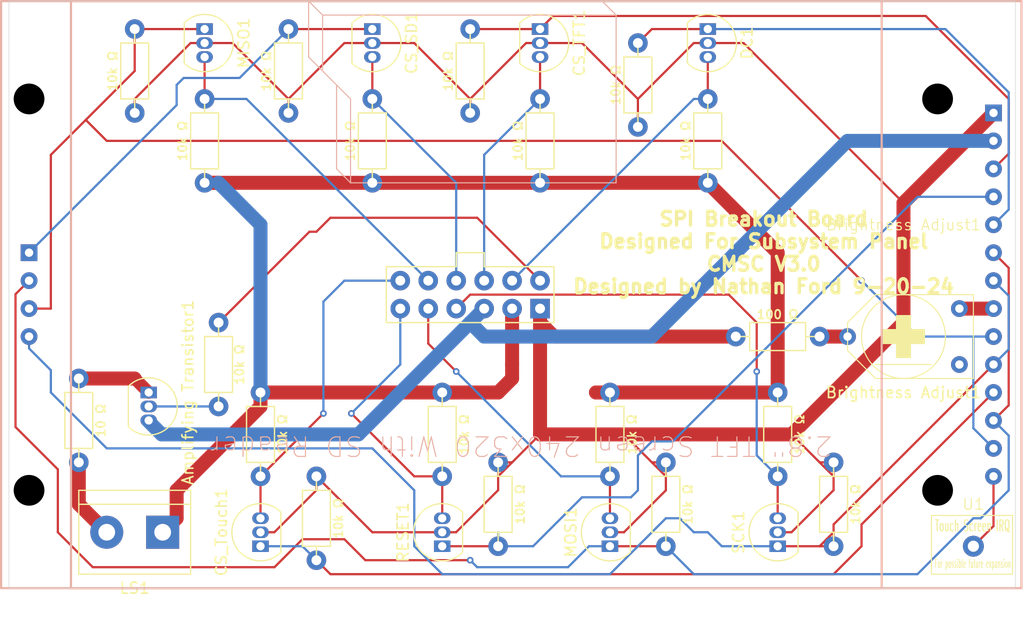
<source format=kicad_pcb>
(kicad_pcb (version 20240108) (generator "pcbnew") (generator_version "8.0")
  (layers (0 "F.Cu" signal) (31 "B.Cu" signal) (34 "B.Paste" user) (35 "F.Paste" user) (36 "B.SilkS" user "B.Silkscreen") (37 "F.SilkS" user "F.Silkscreen") (38 "B.Mask" user) (39 "F.Mask" user) (44 "Edge.Cuts" user))
  (net 0 "")
  (net 1 "/GND")
  (net 2 "/5V")
  (net 3 "/RESET_5V")
  (net 4 "/CS_TFT_5V")
  (net 5 "/DC_5V")
  (net 6 "Net-(C1-PadSPKR)")
  (net 7 "/CS_TOUCH_5V")
  (net 8 "/MOSI_5V")
  (net 9 "/SCK_5V")
  (net 10 "/3V3")
  (net 11 "/CS_SD_5V")
  (net 12 "/MISO_5V")
  (net 13 "/SCK_3V3")
  (net 14 "/MOSI_3V3")
  (net 15 "/MISO_3V3")
  (net 16 "/CS_TFT_3V3")
  (net 17 "/DC_3V3")
  (net 18 "/CS_SD_3V3")
  (net 19 "/CS_TOUCH_3V3")
  (net 20 "/RESET_3V3")
  (net 21 "Net-(Brightness Adjust1-PadVout1)")
  (net 22 "Net-(Amplifying Transistor1-B)")
  (net 23 "Net-(Amplifying Transistor1-E)")
  (net 24 "Net-(LS1-Pad2)")
  (net 25 "Net-(U1-T_IRQ)")
  (net 27 "Net-(Brightness Adjust1-PadVin)")
  (footprint "Subsystem Main:THROUGH_HOLE_RESISTOR" (layer "F.Cu") (at 118.11 74.93 90)
    (property "Reference" "R5" (hide yes))
    (property "Value" "10k Ω" (at 0 -2 90) (layer "F.SilkS") (effects (font (size 0.787402 0.787402))))
    (pad "P$1" thru_hole circle (at -3.81 0 90) (size 1.778 1.778) (drill 0.9) (layers "*.Cu" "*.Mask") (net 10 "/3V3"))
    (pad "P$2" thru_hole circle (at 3.81 0 90) (size 1.778 1.778) (drill 0.9) (layers "*.Cu" "*.Mask") (net 15 "/MISO_3V3"))
  )
  (footprint "Subsystem Main:THROUGH_HOLE_RESISTOR" (layer "F.Cu") (at 176.53 99.06)
    (property "Reference" "R9" (hide yes))
    (property "Value" "100 Ω" (at 0 -2 0) (layer "F.SilkS") (effects (font (size 0.787402 0.787402))))
    (pad "P$1" thru_hole circle (at -3.81 0) (size 1.778 1.778) (drill 0.9) (layers "*.Cu" "*.Mask") (net 10 "/3V3"))
    (pad "P$2" thru_hole circle (at 3.81 0) (size 1.778 1.778) (drill 0.9) (layers "*.Cu" "*.Mask") (net 27 "Net-(Brightness Adjust1-PadVin)"))
  )
  (footprint "Subsystem Main:Small_Potentiometer" (layer "F.Cu") (at 187.96 99.06)
    (property "Reference" "Brightness Adjust1" (at 0 -10.16 0) (layer "F.SilkS") (effects (font (thickness 0.1))))
    (property "Value" "~")
    (fp_text user "${REFERENCE}" (at 0 5.08 0) (layer "F.SilkS"))
    (pad "Vin" thru_hole circle (at -5.08 0) (size 1.524 1.524) (drill 0.762) (layers "*.Cu" "*.Mask") (net 27 "Net-(Brightness Adjust1-PadVin)"))
    (pad "Vout1" thru_hole circle (at 5.08 -2.54) (size 1.524 1.524) (drill 0.762) (layers "*.Cu" "*.Mask") (net 21 "Net-(Brightness Adjust1-PadVout1)"))
    (pad "Vout2" thru_hole circle (at 5.08 2.54) (size 1.524 1.524) (drill 0.762) (layers "*.Cu" "*.Mask"))
  )
  (footprint "Subsystem Main:THROUGH_HOLE_RESISTOR" (layer "F.Cu") (at 134.62 115.57 -90)
    (property "Reference" "R16" (hide yes))
    (property "Value" "10k Ω" (at 0 -2 90) (layer "F.SilkS") (effects (font (size 0.787402 0.787402))))
    (pad "P$1" thru_hole circle (at -3.81 0 270) (size 1.778 1.778) (drill 0.9) (layers "*.Cu" "*.Mask") (net 10 "/3V3"))
    (pad "P$2" thru_hole circle (at 3.81 0 270) (size 1.778 1.778) (drill 0.9) (layers "*.Cu" "*.Mask") (net 19 "/CS_TOUCH_3V3"))
  )
  (footprint "Subsystem Main:THROUGH_HOLE_RESISTOR" (layer "F.Cu") (at 148.59 74.93 90)
    (property "Reference" "R10" (hide yes))
    (property "Value" "10k Ω" (at 0 -2 90) (layer "F.SilkS") (effects (font (size 0.787402 0.787402))))
    (pad "P$1" thru_hole circle (at -3.81 0 90) (size 1.778 1.778) (drill 0.9) (layers "*.Cu" "*.Mask") (net 10 "/3V3"))
    (pad "P$2" thru_hole circle (at 3.81 0 90) (size 1.778 1.778) (drill 0.9) (layers "*.Cu" "*.Mask") (net 16 "/CS_TFT_3V3"))
  )
  (footprint "Package_TO_SOT_THT:TO-92_Inline" (layer "F.Cu") (at 139.7 71.12 -90)
    (property "Reference" "CS_SD1" (at 1.27 -3.56 90) (layer "F.SilkS"))
    (property "Value" "BS170")
    (pad "1" thru_hole rect (at 0 0 270) (size 1.05 1.5) (drill 0.75) (layers "*.Cu" "*.Mask") (net 18 "/CS_SD_3V3"))
    (pad "2" thru_hole oval (at 1.27 0 270) (size 1.05 1.5) (drill 0.75) (layers "*.Cu" "*.Mask") (net 10 "/3V3"))
    (pad "3" thru_hole oval (at 2.54 0 270) (size 1.05 1.5) (drill 0.75) (layers "*.Cu" "*.Mask") (net 11 "/CS_SD_5V"))
  )
  (footprint "Package_TO_SOT_THT:TO-92_Inline" (layer "F.Cu") (at 170.18 71.12 -90)
    (property "Reference" "DC1" (at 1.27 -3.56 90) (layer "F.SilkS"))
    (property "Value" "BS170")
    (pad "1" thru_hole rect (at 0 0 270) (size 1.05 1.5) (drill 0.75) (layers "*.Cu" "*.Mask") (net 17 "/DC_3V3"))
    (pad "2" thru_hole oval (at 1.27 0 270) (size 1.05 1.5) (drill 0.75) (layers "*.Cu" "*.Mask") (net 10 "/3V3"))
    (pad "3" thru_hole oval (at 2.54 0 270) (size 1.05 1.5) (drill 0.75) (layers "*.Cu" "*.Mask") (net 5 "/DC_5V"))
  )
  (footprint "Subsystem Main:THROUGH_HOLE_RESISTOR" (layer "F.Cu") (at 181.61 114.3 -90)
    (property "Reference" "R1" (hide yes))
    (property "Value" "10k Ω" (at 0 -2 90) (layer "F.SilkS") (effects (font (size 0.787402 0.787402))))
    (pad "P$1" thru_hole circle (at -3.81 0 270) (size 1.778 1.778) (drill 0.9) (layers "*.Cu" "*.Mask") (net 10 "/3V3"))
    (pad "P$2" thru_hole circle (at 3.81 0 270) (size 1.778 1.778) (drill 0.9) (layers "*.Cu" "*.Mask") (net 13 "/SCK_3V3"))
  )
  (footprint "Subsystem Main:THROUGH_HOLE_RESISTOR" (layer "F.Cu") (at 129.54 107.95 -90)
    (property "Reference" "R17" (hide yes))
    (property "Value" "10k Ω" (at 0 -2 90) (layer "F.SilkS") (effects (font (size 0.787402 0.787402))))
    (pad "P$1" thru_hole circle (at -3.81 0 270) (size 1.778 1.778) (drill 0.9) (layers "*.Cu" "*.Mask") (net 2 "/5V"))
    (pad "P$2" thru_hole circle (at 3.81 0 270) (size 1.778 1.778) (drill 0.9) (layers "*.Cu" "*.Mask") (net 7 "/CS_TOUCH_5V"))
  )
  (footprint "Subsystem Main:THROUGH_HOLE_RESISTOR" (layer "F.Cu") (at 132.08 74.93 90)
    (property "Reference" "R14" (hide yes))
    (property "Value" "10k Ω" (at 0 -2 90) (layer "F.SilkS") (effects (font (size 0.787402 0.787402))))
    (pad "P$1" thru_hole circle (at -3.81 0 90) (size 1.778 1.778) (drill 0.9) (layers "*.Cu" "*.Mask") (net 10 "/3V3"))
    (pad "P$2" thru_hole circle (at 3.81 0 90) (size 1.778 1.778) (drill 0.9) (layers "*.Cu" "*.Mask") (net 18 "/CS_SD_3V3"))
  )
  (footprint "Subsystem Main:THROUGH_HOLE_RESISTOR" (layer "F.Cu") (at 154.94 81.28 90)
    (property "Reference" "R11" (hide yes))
    (property "Value" "10k Ω" (at 0 -2 90) (layer "F.SilkS") (effects (font (size 0.787402 0.787402))))
    (pad "P$1" thru_hole circle (at -3.81 0 90) (size 1.778 1.778) (drill 0.9) (layers "*.Cu" "*.Mask") (net 2 "/5V"))
    (pad "P$2" thru_hole circle (at 3.81 0 90) (size 1.778 1.778) (drill 0.9) (layers "*.Cu" "*.Mask") (net 4 "/CS_TFT_5V"))
  )
  (footprint "Package_TO_SOT_THT:TO-92_Inline" (layer "F.Cu") (at 146.05 118.11 90)
    (property "Reference" "RESET1" (at 1.27 -3.56 90) (layer "F.SilkS"))
    (property "Value" "BS170")
    (pad "1" thru_hole rect (at 0 0 90) (size 1.05 1.5) (drill 0.75) (layers "*.Cu" "*.Mask") (net 20 "/RESET_3V3"))
    (pad "2" thru_hole oval (at 1.27 0 90) (size 1.05 1.5) (drill 0.75) (layers "*.Cu" "*.Mask") (net 10 "/3V3"))
    (pad "3" thru_hole oval (at 2.54 0 90) (size 1.05 1.5) (drill 0.75) (layers "*.Cu" "*.Mask") (net 3 "/RESET_5V"))
  )
  (footprint "Subsystem Main:THROUGH_HOLE_RESISTOR" (layer "F.Cu") (at 124.46 81.28 90)
    (property "Reference" "R6" (hide yes))
    (property "Value" "10k Ω" (at 0 -2 90) (layer "F.SilkS") (effects (font (size 0.787402 0.787402))))
    (pad "P$1" thru_hole circle (at -3.81 0 90) (size 1.778 1.778) (drill 0.9) (layers "*.Cu" "*.Mask") (net 2 "/5V"))
    (pad "P$2" thru_hole circle (at 3.81 0 90) (size 1.778 1.778) (drill 0.9) (layers "*.Cu" "*.Mask") (net 12 "/MISO_5V"))
  )
  (footprint "Package_TO_SOT_THT:TO-92_Inline" (layer "F.Cu") (at 124.46 71.12 -90)
    (property "Reference" "MISO1" (at 1.27 -3.56 90) (layer "F.SilkS"))
    (property "Value" "BS170")
    (pad "1" thru_hole rect (at 0 0 270) (size 1.05 1.5) (drill 0.75) (layers "*.Cu" "*.Mask") (net 15 "/MISO_3V3"))
    (pad "2" thru_hole oval (at 1.27 0 270) (size 1.05 1.5) (drill 0.75) (layers "*.Cu" "*.Mask") (net 10 "/3V3"))
    (pad "3" thru_hole oval (at 2.54 0 270) (size 1.05 1.5) (drill 0.75) (layers "*.Cu" "*.Mask") (net 12 "/MISO_5V"))
  )
  (footprint "Subsystem Main Extra Symbols:T_IRQ" (layer "F.Cu") (at 194.31 118.11)
    (property "Reference" "U1" (at 0 -3.81 0) (layer "F.SilkS") (effects (font (thickness 0.1))))
    (property "Value" "~")
    (fp_text user "Touch Screen IRQ" (at -3.556 -1.27 0) (layer "F.SilkS") (effects (font (size 1 0.508) (thickness 0.1)) (justify left bottom)))
    (fp_text user "For possible future expansion" (at -3.556 2.032 0) (layer "F.SilkS") (effects (font (size 0.762 0.3048) (thickness 0.0635)) (justify left bottom)))
    (pad "1" thru_hole circle (at 0 0) (size 1.905 1.905) (drill 1.016) (layers "*.Cu" "*.Mask") (net 25 "Net-(U1-T_IRQ)"))
  )
  (footprint "TerminalBlock:TerminalBlock_bornier-2_P5.08mm" (layer "F.Cu") (at 120.65 116.84 180)
    (property "Reference" "LS1" (at 2.54 -5.08 0) (layer "F.SilkS"))
    (property "Value" "Speaker")
    (pad "1" thru_hole rect (at 0 0 180) (size 3 3) (drill 1.52) (layers "*.Cu" "*.Mask") (net 2 "/5V"))
    (pad "2" thru_hole circle (at 5.08 0 180) (size 3 3) (drill 1.52) (layers "*.Cu" "*.Mask") (net 24 "Net-(LS1-Pad2)"))
  )
  (footprint "Subsystem Main:THROUGH_HOLE_RESISTOR" (layer "F.Cu") (at 139.7 81.28 90)
    (property "Reference" "R15" (hide yes))
    (property "Value" "10k Ω" (at 0 -2 90) (layer "F.SilkS") (effects (font (size 0.787402 0.787402))))
    (pad "P$1" thru_hole circle (at -3.81 0 90) (size 1.778 1.778) (drill 0.9) (layers "*.Cu" "*.Mask") (net 2 "/5V"))
    (pad "P$2" thru_hole circle (at 3.81 0 90) (size 1.778 1.778) (drill 0.9) (layers "*.Cu" "*.Mask") (net 11 "/CS_SD_5V"))
  )
  (footprint "Subsystem Main Extra Symbols:SPI_HEADER_RIBBON_CONNECTOR_V2" (layer "F.Cu") (at 148.59 95.25 180)
    (property "Reference" "C1" (hide yes))
    (property "Value" "~")
    (pad "3V3" thru_hole rect (at -6.35 -1.27 180) (size 1.778 1.778) (drill 0.9) (layers "*.Cu" "*.Mask") (net 10 "/3V3"))
    (pad "5V" thru_hole circle (at -3.81 -1.27 180) (size 1.778 1.778) (drill 0.9) (layers "*.Cu" "*.Mask") (net 2 "/5V"))
    (pad "GND" thru_hole circle (at -1.27 -1.27 180) (size 1.778 1.778) (drill 0.9) (layers "*.Cu" "*.Mask") (net 1 "/GND"))
    (pad "MISO" thru_hole circle (at 3.81 1.27 180) (size 1.778 1.778) (drill 0.9) (layers "*.Cu" "*.Mask") (net 12 "/MISO_5V"))
    (pad "MOSI" thru_hole circle (at 3.81 -1.27 180) (size 1.778 1.778) (drill 0.9) (layers "*.Cu" "*.Mask") (net 8 "/MOSI_5V"))
    (pad "RST" thru_hole circle (at 6.35 -1.27 180) (size 1.778 1.778) (drill 0.9) (layers "*.Cu" "*.Mask") (net 3 "/RESET_5V"))
    (pad "SCK" thru_hole circle (at 1.27 -1.27 180) (size 1.778 1.778) (drill 0.9) (layers "*.Cu" "*.Mask") (net 9 "/SCK_5V"))
    (pad "SD_CS" thru_hole circle (at 1.27 1.27 180) (size 1.778 1.778) (drill 0.9) (layers "*.Cu" "*.Mask") (net 11 "/CS_SD_5V"))
    (pad "SPKR" thru_hole circle (at -6.35 1.27 180) (size 1.778 1.778) (drill 0.9) (layers "*.Cu" "*.Mask") (net 6 "Net-(C1-PadSPKR)"))
    (pad "TFT_CS" thru_hole circle (at -1.27 1.27 180) (size 1.778 1.778) (drill 0.9) (layers "*.Cu" "*.Mask") (net 4 "/CS_TFT_5V"))
    (pad "TFT_DC" thru_hole circle (at -3.81 1.27 180) (size 1.778 1.778) (drill 0.9) (layers "*.Cu" "*.Mask") (net 5 "/DC_5V"))
    (pad "T_CS" thru_hole circle (at 6.35 1.27 180) (size 1.778 1.778) (drill 0.9) (layers "*.Cu" "*.Mask") (net 7 "/CS_TOUCH_5V"))
  )
  (footprint "Package_TO_SOT_THT:TO-92_Inline" (layer "F.Cu") (at 161.29 118.11 90)
    (property "Reference" "MOSI1" (at 1.27 -3.56 90) (layer "F.SilkS"))
    (property "Value" "BS170")
    (pad "1" thru_hole rect (at 0 0 90) (size 1.05 1.5) (drill 0.75) (layers "*.Cu" "*.Mask") (net 14 "/MOSI_3V3"))
    (pad "2" thru_hole oval (at 1.27 0 90) (size 1.05 1.5) (drill 0.75) (layers "*.Cu" "*.Mask") (net 10 "/3V3"))
    (pad "3" thru_hole oval (at 2.54 0 90) (size 1.05 1.5) (drill 0.75) (layers "*.Cu" "*.Mask") (net 8 "/MOSI_5V"))
  )
  (footprint "Subsystem Main:THROUGH_HOLE_RESISTOR" (layer "F.Cu") (at 163.83 76.2 90)
    (property "Reference" "R12" (hide yes))
    (property "Value" "10k Ω" (at 0 -2 90) (layer "F.SilkS") (effects (font (size 0.787402 0.787402))))
    (pad "P$1" thru_hole circle (at -3.81 0 90) (size 1.778 1.778) (drill 0.9) (layers "*.Cu" "*.Mask") (net 10 "/3V3"))
    (pad "P$2" thru_hole circle (at 3.81 0 90) (size 1.778 1.778) (drill 0.9) (layers "*.Cu" "*.Mask") (net 17 "/DC_3V3"))
  )
  (footprint "Subsystem Main:THROUGH_HOLE_RESISTOR" (layer "F.Cu") (at 176.53 107.95 -90)
    (property "Reference" "R2" (hide yes))
    (property "Value" "10k Ω" (at 0 -2 90) (layer "F.SilkS") (effects (font (size 0.787402 0.787402))))
    (pad "P$1" thru_hole circle (at -3.81 0 270) (size 1.778 1.778) (drill 0.9) (layers "*.Cu" "*.Mask") (net 2 "/5V"))
    (pad "P$2" thru_hole circle (at 3.81 0 270) (size 1.778 1.778) (drill 0.9) (layers "*.Cu" "*.Mask") (net 9 "/SCK_5V"))
  )
  (footprint "Package_TO_SOT_THT:TO-92_Inline" (layer "F.Cu") (at 119.38 104.14 -90)
    (property "Reference" "Amplifying Transistor1" (at 0 -3.56 90) (layer "F.SilkS"))
    (property "Value" "NPN transistor")
    (pad "1" thru_hole rect (at 0 0 270) (size 1.05 1.5) (drill 0.75) (layers "*.Cu" "*.Mask") (net 23 "Net-(Amplifying Transistor1-E)"))
    (pad "2" thru_hole oval (at 1.27 0 270) (size 1.05 1.5) (drill 0.75) (layers "*.Cu" "*.Mask") (net 22 "Net-(Amplifying Transistor1-B)"))
    (pad "3" thru_hole oval (at 2.54 0 270) (size 1.05 1.5) (drill 0.75) (layers "*.Cu" "*.Mask") (net 1 "/GND"))
  )
  (footprint "Subsystem Main:THROUGH_HOLE_RESISTOR" (layer "F.Cu") (at 113.03 106.68 -90)
    (property "Reference" "R7" (hide yes))
    (property "Value" "10 Ω" (at 0 -2 90) (layer "F.SilkS") (effects (font (size 0.787402 0.787402))))
    (pad "P$1" thru_hole circle (at -3.81 0 270) (size 1.778 1.778) (drill 0.9) (layers "*.Cu" "*.Mask") (net 23 "Net-(Amplifying Transistor1-E)"))
    (pad "P$2" thru_hole circle (at 3.81 0 270) (size 1.778 1.778) (drill 0.9) (layers "*.Cu" "*.Mask") (net 24 "Net-(LS1-Pad2)"))
  )
  (footprint "Subsystem Main:THROUGH_HOLE_RESISTOR" (layer "F.Cu") (at 170.18 81.28 90)
    (property "Reference" "R13" (hide yes))
    (property "Value" "10k Ω" (at 0 -2 90) (layer "F.SilkS") (effects (font (size 0.787402 0.787402))))
    (pad "P$1" thru_hole circle (at -3.81 0 90) (size 1.778 1.778) (drill 0.9) (layers "*.Cu" "*.Mask") (net 2 "/5V"))
    (pad "P$2" thru_hole circle (at 3.81 0 90) (size 1.778 1.778) (drill 0.9) (layers "*.Cu" "*.Mask") (net 5 "/DC_5V"))
  )
  (footprint "Subsystem Main:THROUGH_HOLE_RESISTOR" (layer "F.Cu") (at 146.05 107.95 -90)
    (property "Reference" "R19" (hide yes))
    (property "Value" "10k Ω" (at 0 -2 90) (layer "F.SilkS") (effects (font (size 0.787402 0.787402))))
    (pad "P$1" thru_hole circle (at -3.81 0 270) (size 1.778 1.778) (drill 0.9) (layers "*.Cu" "*.Mask") (net 2 "/5V"))
    (pad "P$2" thru_hole circle (at 3.81 0 270) (size 1.778 1.778) (drill 0.9) (layers "*.Cu" "*.Mask") (net 3 "/RESET_5V"))
  )
  (footprint "Package_TO_SOT_THT:TO-92_Inline" (layer "F.Cu") (at 154.94 71.12 -90)
    (property "Reference" "CS_TFT1" (at 1.27 -3.56 90) (layer "F.SilkS"))
    (property "Value" "BS170")
    (pad "1" thru_hole rect (at 0 0 270) (size 1.05 1.5) (drill 0.75) (layers "*.Cu" "*.Mask") (net 16 "/CS_TFT_3V3"))
    (pad "2" thru_hole oval (at 1.27 0 270) (size 1.05 1.5) (drill 0.75) (layers "*.Cu" "*.Mask") (net 10 "/3V3"))
    (pad "3" thru_hole oval (at 2.54 0 270) (size 1.05 1.5) (drill 0.75) (layers "*.Cu" "*.Mask") (net 4 "/CS_TFT_5V"))
  )
  (footprint "Package_TO_SOT_THT:TO-92_Inline" (layer "F.Cu") (at 176.53 118.11 90)
    (property "Reference" "SCK1" (at 1.27 -3.56 90) (layer "F.SilkS"))
    (property "Value" "BS170")
    (pad "1" thru_hole rect (at 0 0 90) (size 1.05 1.5) (drill 0.75) (layers "*.Cu" "*.Mask") (net 13 "/SCK_3V3"))
    (pad "2" thru_hole oval (at 1.27 0 90) (size 1.05 1.5) (drill 0.75) (layers "*.Cu" "*.Mask") (net 10 "/3V3"))
    (pad "3" thru_hole oval (at 2.54 0 90) (size 1.05 1.5) (drill 0.75) (layers "*.Cu" "*.Mask") (net 9 "/SCK_5V"))
  )
  (footprint "Subsystem Main:THROUGH_HOLE_RESISTOR" (layer "F.Cu") (at 166.37 114.3 -90)
    (property "Reference" "R3" (hide yes))
    (property "Value" "10k Ω" (at 0 -2 90) (layer "F.SilkS") (effects (font (size 0.787402 0.787402))))
    (pad "P$1" thru_hole circle (at -3.81 0 270) (size 1.778 1.778) (drill 0.9) (layers "*.Cu" "*.Mask") (net 10 "/3V3"))
    (pad "P$2" thru_hole circle (at 3.81 0 270) (size 1.778 1.778) (drill 0.9) (layers "*.Cu" "*.Mask") (net 14 "/MOSI_3V3"))
  )
  (footprint "Subsystem Main:THROUGH_HOLE_RESISTOR" (layer "F.Cu") (at 151.13 114.3 -90)
    (property "Reference" "R18" (hide yes))
    (property "Value" "10k Ω" (at 0 -2 90) (layer "F.SilkS") (effects (font (size 0.787402 0.787402))))
    (pad "P$1" thru_hole circle (at -3.81 0 270) (size 1.778 1.778) (drill 0.9) (layers "*.Cu" "*.Mask") (net 10 "/3V3"))
    (pad "P$2" thru_hole circle (at 3.81 0 270) (size 1.778 1.778) (drill 0.9) (layers "*.Cu" "*.Mask") (net 20 "/RESET_3V3"))
  )
  (footprint "Subsystem Main:THROUGH_HOLE_RESISTOR" (layer "F.Cu") (at 125.73 101.6 90)
    (property "Reference" "R8" (hide yes))
    (property "Value" "10k Ω" (at 0 1.905 90) (layer "F.SilkS") (effects (font (size 0.787402 0.787402))))
    (pad "P$1" thru_hole circle (at -3.81 0 90) (size 1.778 1.778) (drill 0.9) (layers "*.Cu" "*.Mask") (net 22 "Net-(Amplifying Transistor1-B)"))
    (pad "P$2" thru_hole circle (at 3.81 0 90) (size 1.778 1.778) (drill 0.9) (layers "*.Cu" "*.Mask") (net 6 "Net-(C1-PadSPKR)"))
  )
  (footprint "Subsystem Main:THROUGH_HOLE_RESISTOR" (layer "F.Cu") (at 161.29 107.95 -90)
    (property "Reference" "R4" (hide yes))
    (property "Value" "10k Ω" (at 0 -2 90) (layer "F.SilkS") (effects (font (size 0.787402 0.787402))))
    (pad "P$1" thru_hole circle (at -3.81 0 270) (size 1.778 1.778) (drill 0.9) (layers "*.Cu" "*.Mask") (net 2 "/5V"))
    (pad "P$2" thru_hole circle (at 3.81 0 270) (size 1.778 1.778) (drill 0.9) (layers "*.Cu" "*.Mask") (net 8 "/MOSI_5V"))
  )
  (footprint "Subsystem Main:2.8__TFT_SPI_ILI9341_WITH_SD_CARD" (layer "F.Cu") (at 198.68 95.25 180)
    (property "Reference" "U2" (hide yes))
    (property "Value" "~")
    (fp_text user "2.8\" TFT Screen 240x320 With SD Reader" (at 17.07 -12.7 180) (layer "B.SilkS") (effects (font (size 1.778 1.778) (thickness 0.1)) (justify left bottom)))
    (pad "" np_thru_hole circle (at 7.62 -17.78 180) (size 2.794 2.794) (drill 3.175) (layers "*.Mask"))
    (pad "" np_thru_hole circle (at 7.62 17.78 180) (size 2.794 2.794) (drill 3.175) (layers "*.Mask"))
    (pad "" np_thru_hole circle (at 90.17 -17.78 180) (size 2.794 2.794) (drill 3.175) (layers "*.Mask"))
    (pad "" np_thru_hole circle (at 90.17 17.78 180) (size 2.794 2.794) (drill 3.175) (layers "*.Mask"))
    (pad "CS" thru_hole circle (at 2.54 11.43 180) (size 1.524 1.524) (drill 0.762) (layers "*.Cu" "*.Mask") (net 16 "/CS_TFT_3V3"))
    (pad "DC" thru_hole circle (at 2.54 6.35 180) (size 1.524 1.524) (drill 0.762) (layers "*.Cu" "*.Mask") (net 17 "/DC_3V3"))
    (pad "GND" thru_hole circle (at 2.54 13.97 180) (size 1.524 1.524) (drill 0.762) (layers "*.Cu" "*.Mask") (net 1 "/GND"))
    (pad "LED" thru_hole circle (at 2.54 -1.27 180) (size 1.524 1.524) (drill 0.762) (layers "*.Cu" "*.Mask") (net 21 "Net-(Brightness Adjust1-PadVout1)"))
    (pad "RESET" thru_hole circle (at 2.54 8.89 180) (size 1.524 1.524) (drill 0.762) (layers "*.Cu" "*.Mask") (net 20 "/RESET_3V3"))
    (pad "SCK" thru_hole circle (at 2.54 1.27 180) (size 1.524 1.524) (drill 0.762) (layers "*.Cu" "*.Mask") (net 13 "/SCK_3V3"))
    (pad "SDI(MOSI)" thru_hole circle (at 2.54 3.81 180) (size 1.524 1.524) (drill 0.762) (layers "*.Cu" "*.Mask") (net 14 "/MOSI_3V3"))
    (pad "SDO(MISO)" thru_hole circle (at 2.54 -3.81 180) (size 1.524 1.524) (drill 0.762) (layers "*.Cu" "*.Mask") (net 15 "/MISO_3V3"))
    (pad "SD_CS" thru_hole rect (at 90.17 3.81 180) (size 1.524 1.524) (drill 0.762) (layers "*.Cu" "*.Mask") (net 18 "/CS_SD_3V3"))
    (pad "SD_MISO" thru_hole circle (at 90.17 -1.27 180) (size 1.524 1.524) (drill 0.762) (layers "*.Cu" "*.Mask") (net 15 "/MISO_3V3"))
    (pad "SD_MOSI" thru_hole circle (at 90.17 1.27 180) (size 1.524 1.524) (drill 0.762) (layers "*.Cu" "*.Mask") (net 14 "/MOSI_3V3"))
    (pad "SD_SCK" thru_hole circle (at 90.17 -3.81 180) (size 1.524 1.524) (drill 0.762) (layers "*.Cu" "*.Mask") (net 13 "/SCK_3V3"))
    (pad "T_CLK" thru_hole circle (at 2.54 -6.35 180) (size 1.524 1.524) (drill 0.762) (layers "*.Cu" "*.Mask") (net 13 "/SCK_3V3"))
    (pad "T_CS" thru_hole circle (at 2.54 -8.89 180) (size 1.524 1.524) (drill 0.762) (layers "*.Cu" "*.Mask") (net 19 "/CS_TOUCH_3V3"))
    (pad "T_DIN" thru_hole circle (at 2.54 -11.43 180) (size 1.524 1.524) (drill 0.762) (layers "*.Cu" "*.Mask") (net 14 "/MOSI_3V3"))
    (pad "T_DO" thru_hole circle (at 2.54 -13.97 180) (size 1.524 1.524) (drill 0.762) (layers "*.Cu" "*.Mask") (net 15 "/MISO_3V3"))
    (pad "T_IRQ" thru_hole circle (at 2.54 -16.51 180) (size 1.524 1.524) (drill 0.762) (layers "*.Cu" "*.Mask") (net 25 "Net-(U1-T_IRQ)"))
    (pad "Vcc" thru_hole rect (at 2.54 16.51 180) (size 1.524 1.524) (drill 0.762) (layers "*.Cu" "*.Mask") (net 10 "/3V3"))
  )
  (footprint "Package_TO_SOT_THT:TO-92_Inline" (layer "F.Cu") (at 129.54 118.11 90)
    (property "Reference" "CS_Touch1" (at 1.27 -3.56 90) (layer "F.SilkS"))
    (property "Value" "BS170")
    (pad "1" thru_hole rect (at 0 0 90) (size 1.05 1.5) (drill 0.75) (layers "*.Cu" "*.Mask") (net 19 "/CS_TOUCH_3V3"))
    (pad "2" thru_hole oval (at 1.27 0 90) (size 1.05 1.5) (drill 0.75) (layers "*.Cu" "*.Mask") (net 10 "/3V3"))
    (pad "3" thru_hole oval (at 2.54 0 90) (size 1.05 1.5) (drill 0.75) (layers "*.Cu" "*.Mask") (net 7 "/CS_TOUCH_5V"))
  )
  (gr_rect (start 106.68 68.58) (end 198.12 121.92) (stroke (width 0.05)) (fill none) (layer "Edge.Cuts"))
  (gr_text "SPI Breakout Board\nDesigned For Subsystem Panel\nCMSC V3.0\nDesigned by Nathan Ford 9-20-24" (at 175.26 95.25 0) (layer "F.SilkS") (effects (font (size 1.27 1.27) (thickness 0.3) (bold yes)) (justify bottom)))
  (segment (start 148.59 97.79) (end 149.86 99.06) (width 1.27) (layer "B.Cu") (net 1))
  (segment (start 182.88 81.28) (end 196.14 81.28) (width 1.27) (layer "B.Cu") (net 1))
  (segment (start 148.59 97.79) (end 138.43 107.95) (width 1.27) (layer "B.Cu") (net 1))
  (segment (start 149.86 96.52) (end 148.59 97.79) (width 1.27) (layer "B.Cu") (net 1))
  (segment (start 165.1 99.06) (end 182.88 81.28) (width 1.27) (layer "B.Cu") (net 1))
  (segment (start 120.56 107.95) (end 119.38 106.77) (width 1.27) (layer "B.Cu") (net 1))
  (segment (start 149.86 99.06) (end 165.1 99.06) (width 1.27) (layer "B.Cu") (net 1))
  (segment (start 138.43 107.95) (end 120.56 107.95) (width 1.27) (layer "B.Cu") (net 1))
  (segment (start 176.53 91.44) (end 170.18 85.09) (width 1.27) (layer "F.Cu") (net 2))
  (segment (start 170.18 85.09) (end 124.46 85.09) (width 1.27) (layer "F.Cu") (net 2))
  (segment (start 160.02 104.14) (end 176.53 104.14) (width 1.27) (layer "F.Cu") (net 2))
  (segment (start 124.46 85.09) (end 125.73 85.09) (width 1.27) (layer "F.Cu") (net 2))
  (segment (start 151.13 104.14) (end 147.32 104.14) (width 1.27) (layer "F.Cu") (net 2))
  (segment (start 176.53 104.14) (end 176.53 91.44) (width 1.27) (layer "F.Cu") (net 2))
  (segment (start 121.92 115.57) (end 120.65 116.84) (width 1.27) (layer "F.Cu") (net 2))
  (segment (start 152.4 96.52) (end 152.4 101.6) (width 1.27) (layer "F.Cu") (net 2))
  (segment (start 160.02 104.14) (end 161.29 104.14) (width 1.27) (layer "F.Cu") (net 2))
  (segment (start 152.4 102.87) (end 151.13 104.14) (width 1.27) (layer "F.Cu") (net 2))
  (segment (start 147.32 104.14) (end 142.24 104.14) (width 1.27) (layer "F.Cu") (net 2))
  (segment (start 129.54 104.14) (end 129.54 105.41) (width 1.27) (layer "F.Cu") (net 2))
  (segment (start 152.4 101.6) (end 152.4 102.87) (width 1.27) (layer "F.Cu") (net 2))
  (segment (start 121.92 113.03) (end 121.92 115.57) (width 1.27) (layer "F.Cu") (net 2))
  (segment (start 142.24 104.14) (end 129.54 104.14) (width 1.27) (layer "F.Cu") (net 2))
  (segment (start 147.32 104.14) (end 146.05 104.14) (width 1.27) (layer "F.Cu") (net 2))
  (segment (start 129.54 105.41) (end 121.92 113.03) (width 1.27) (layer "F.Cu") (net 2))
  (segment (start 129.54 88.9) (end 129.54 104.14) (width 1.27) (layer "B.Cu") (net 2))
  (segment (start 125.73 85.09) (end 129.54 88.9) (width 1.27) (layer "B.Cu") (net 2))
  (segment (start 146.05 115.57) (end 146.05 111.76) (width 0.2) (layer "F.Cu") (net 3))
  (segment (start 143.51 111.76) (end 146.05 111.76) (width 0.2) (layer "F.Cu") (net 3))
  (segment (start 137.795 106.045) (end 143.51 111.76) (width 0.2) (layer "F.Cu") (net 3))
  (via (at 137.795 106.045) (size 0.6) (drill 0.3) (layers "F.Cu" "B.Cu") (net 3))
  (segment (start 142.24 96.52) (end 142.24 101.6) (width 0.2) (layer "B.Cu") (net 3))
  (segment (start 142.24 101.6) (end 137.795 106.045) (width 0.2) (layer "B.Cu") (net 3))
  (segment (start 154.94 77.47) (end 154.94 73.66) (width 0.2) (layer "F.Cu") (net 4))
  (segment (start 149.86 82.55) (end 149.86 93.98) (width 0.2) (layer "B.Cu") (net 4))
  (segment (start 154.94 77.47) (end 149.86 82.55) (width 0.2) (layer "B.Cu") (net 4))
  (segment (start 170.18 73.66) (end 170.18 77.47) (width 0.2) (layer "F.Cu") (net 5))
  (segment (start 168.91 77.47) (end 152.4 93.98) (width 0.2) (layer "B.Cu") (net 5))
  (segment (start 170.18 77.47) (end 168.91 77.47) (width 0.2) (layer "B.Cu") (net 5))
  (segment (start 134.62 89.535) (end 135.89 88.265) (width 0.2) (layer "F.Cu") (net 6))
  (segment (start 125.73 97.79) (end 133.985 89.535) (width 0.2) (layer "F.Cu") (net 6))
  (segment (start 135.89 88.265) (end 149.225 88.265) (width 0.2) (layer "F.Cu") (net 6))
  (segment (start 133.985 89.535) (end 134.62 89.535) (width 0.2) (layer "F.Cu") (net 6))
  (segment (start 149.225 88.265) (end 154.94 93.98) (width 0.2) (layer "F.Cu") (net 6))
  (segment (start 129.54 111.76) (end 135.255 106.045) (width 0.2) (layer "F.Cu") (net 7))
  (segment (start 129.54 111.76) (end 129.54 115.57) (width 0.2) (layer "F.Cu") (net 7))
  (via (at 135.255 106.045) (size 0.6) (drill 0.3) (layers "F.Cu" "B.Cu") (net 7))
  (segment (start 135.255 106.045) (end 135.255 95.885) (width 0.2) (layer "B.Cu") (net 7))
  (segment (start 137.16 93.98) (end 142.24 93.98) (width 0.2) (layer "B.Cu") (net 7))
  (segment (start 135.255 95.885) (end 137.16 93.98) (width 0.2) (layer "B.Cu") (net 7))
  (segment (start 144.78 99.695) (end 147.32 102.235) (width 0.2) (layer "F.Cu") (net 8))
  (segment (start 144.78 96.52) (end 144.78 99.695) (width 0.2) (layer "F.Cu") (net 8))
  (segment (start 161.29 115.57) (end 161.29 111.76) (width 0.2) (layer "F.Cu") (net 8))
  (via (at 147.32 102.235) (size 0.6) (drill 0.3) (layers "F.Cu" "B.Cu") (net 8))
  (segment (start 156.845 111.76) (end 147.32 102.235) (width 0.2) (layer "B.Cu") (net 8))
  (segment (start 161.29 111.76) (end 156.845 111.76) (width 0.2) (layer "B.Cu") (net 8))
  (segment (start 148.59 95.25) (end 172.085 95.25) (width 0.2) (layer "F.Cu") (net 9))
  (segment (start 176.53 115.57) (end 176.53 111.76) (width 0.2) (layer "F.Cu") (net 9))
  (segment (start 174.625 97.79) (end 174.625 102.235) (width 0.2) (layer "F.Cu") (net 9))
  (segment (start 147.32 96.52) (end 148.59 95.25) (width 0.2) (layer "F.Cu") (net 9))
  (segment (start 172.085 95.25) (end 174.625 97.79) (width 0.2) (layer "F.Cu") (net 9))
  (via (at 174.625 102.235) (size 0.6) (drill 0.3) (layers "F.Cu" "B.Cu") (net 9))
  (segment (start 176.53 111.76) (end 174.625 109.855) (width 0.2) (layer "B.Cu") (net 9))
  (segment (start 174.625 109.855) (end 174.625 102.235) (width 0.2) (layer "B.Cu") (net 9))
  (segment (start 148.59 77.47) (end 143.51 72.39) (width 0.2) (layer "F.Cu") (net 10))
  (segment (start 181.61 110.49) (end 181.61 111.76) (width 0.2) (layer "F.Cu") (net 10))
  (segment (start 151.13 111.76) (end 151.13 113.017235) (width 0.2) (layer "F.Cu") (net 10))
  (segment (start 139.7 116.84) (end 134.62 111.76) (width 0.2) (layer "F.Cu") (net 10))
  (segment (start 187.96 86.92) (end 196.14 78.74) (width 1.27) (layer "F.Cu") (net 10))
  (segment (start 166.37 111.76) (end 165.1 110.49) (width 0.2) (layer "F.Cu") (net 10))
  (segment (start 181.61 111.76) (end 181.61 113.017235) (width 0.2) (layer "F.Cu") (net 10))
  (segment (start 166.37 113.03) (end 162.56 116.84) (width 0.2) (layer "F.Cu") (net 10))
  (segment (start 132.08 77.47) (end 127 72.39) (width 0.2) (layer "F.Cu") (net 10))
  (segment (start 154.94 72.39) (end 153.67 72.39) (width 0.2) (layer "F.Cu") (net 10))
  (segment (start 151.13 111.76) (end 152.4 110.49) (width 0.2) (layer "F.Cu") (net 10))
  (segment (start 158.75 72.39) (end 154.94 72.39) (width 0.2) (layer "F.Cu") (net 10))
  (segment (start 166.37 111.76) (end 166.37 113.03) (width 0.2) (layer "F.Cu") (net 10))
  (segment (start 143.51 72.39) (end 139.7 72.39) (width 0.2) (layer "F.Cu") (net 10))
  (segment (start 148.59 77.47) (end 148.59 78.74) (width 0.2) (layer "F.Cu") (net 10))
  (segment (start 153.67 72.39) (end 148.59 77.47) (width 0.2) (layer "F.Cu") (net 10))
  (segment (start 162.56 116.84) (end 161.29 116.84) (width 0.2) (layer "F.Cu") (net 10))
  (segment (start 166.37 110.49) (end 165.1 110.49) (width 0.2) (layer "F.Cu") (net 10))
  (segment (start 134.62 113.017235) (end 130.797235 116.84) (width 0.2) (layer "F.Cu") (net 10))
  (segment (start 162.56 107.95) (end 177.8 107.95) (width 1.27) (layer "F.Cu") (net 10))
  (segment (start 123.19 72.39) (end 118.11 77.47) (width 0.2) (layer "F.Cu") (net 10))
  (segment (start 165.1 110.49) (end 162.56 107.95) (width 0.2) (layer "F.Cu") (net 10))
  (segment (start 177.787235 116.84) (end 176.53 116.84) (width 0.2) (layer "F.Cu") (net 10))
  (segment (start 151.13 113.017235) (end 147.307235 116.84) (width 0.2) (layer "F.Cu") (net 10))
  (segment (start 151.13 110.49) (end 151.13 111.76) (width 0.2) (layer "F.Cu") (net 10))
  (segment (start 166.37 110.49) (end 166.37 111.76) (width 0.2) (layer "F.Cu") (net 10))
  (segment (start 154.94 96.52) (end 154.94 97.79) (width 1.27) (layer "F.Cu") (net 10))
  (segment (start 118.11 77.47) (end 118.11 78.74) (width 0.2) (layer "F.Cu") (net 10))
  (segment (start 132.08 77.47) (end 132.08 78.74) (width 0.2) (layer "F.Cu") (net 10))
  (segment (start 156.21 99.06) (end 172.72 99.06) (width 1.27) (layer "F.Cu") (net 10))
  (segment (start 170.18 72.39) (end 168.91 72.39) (width 0.2) (layer "F.Cu") (net 10))
  (segment (start 137.16 72.39) (end 132.08 77.47) (width 0.2) (layer "F.Cu") (net 10))
  (segment (start 163.83 77.47) (end 158.75 72.39) (width 0.2) (layer "F.Cu") (net 10))
  (segment (start 181.61 111.76) (end 180.34 110.49) (width 0.2) (layer "F.Cu") (net 10))
  (segment (start 124.46 72.39) (end 123.19 72.39) (width 0.2) (layer "F.Cu") (net 10))
  (segment (start 181.61 113.017235) (end 177.787235 116.84) (width 0.2) (layer "F.Cu") (net 10))
  (segment (start 152.4 110.49) (end 154.94 107.95) (width 0.2) (layer "F.Cu") (net 10))
  (segment (start 154.94 97.79) (end 154.94 107.95) (width 1.27) (layer "F.Cu") (net 10))
  (segment (start 151.13 110.49) (end 152.4 110.49) (width 0.2) (layer "F.Cu") (net 10))
  (segment (start 154.94 107.95) (end 162.56 107.95) (width 1.27) (layer "F.Cu") (net 10))
  (segment (start 168.91 72.39) (end 163.83 77.47) (width 0.2) (layer "F.Cu") (net 10))
  (segment (start 170.18 72.39) (end 173.43 72.39) (width 0.2) (layer "F.Cu") (net 10))
  (segment (start 163.83 77.47) (end 163.83 80.01) (width 0.2) (layer "F.Cu") (net 10))
  (segment (start 134.62 111.76) (end 134.62 113.017235) (width 0.2) (layer "F.Cu") (net 10))
  (segment (start 147.307235 116.84) (end 146.05 116.84) (width 0.2) (layer "F.Cu") (net 10))
  (segment (start 173.43 72.39) (end 187.96 86.92) (width 0.2) (layer "F.Cu") (net 10))
  (segment (start 180.34 110.49) (end 177.8 107.95) (width 0.2) (layer "F.Cu") (net 10))
  (segment (start 146.05 116.84) (end 139.7 116.84) (width 0.2) (layer "F.Cu") (net 10))
  (segment (start 139.7 72.39) (end 137.16 72.39) (width 0.2) (layer "F.Cu") (net 10))
  (segment (start 187.96 97.79) (end 187.96 86.92) (width 1.27) (layer "F.Cu") (net 10))
  (segment (start 130.797235 116.84) (end 129.54 116.84) (width 0.2) (layer "F.Cu") (net 10))
  (segment (start 177.8 107.95) (end 187.96 97.79) (width 1.27) (layer "F.Cu") (net 10))
  (segment (start 154.94 97.79) (end 156.21 99.06) (width 1.27) (layer "F.Cu") (net 10))
  (segment (start 127 72.39) (end 124.46 72.39) (width 0.2) (layer "F.Cu") (net 10))
  (segment (start 181.61 110.49) (end 180.34 110.49) (width 0.2) (layer "F.Cu") (net 10))
  (segment (start 139.7 77.47) (end 139.7 73.66) (width 0.2) (layer "F.Cu") (net 11))
  (segment (start 139.7 77.47) (end 147.32 85.09) (width 0.2) (layer "B.Cu") (net 11))
  (segment (start 147.32 85.09) (end 147.32 93.98) (width 0.2) (layer "B.Cu") (net 11))
  (segment (start 124.46 77.47) (end 124.46 73.66) (width 0.2) (layer "F.Cu") (net 12))
  (segment (start 124.46 77.47) (end 128.27 77.47) (width 0.2) (layer "B.Cu") (net 12))
  (segment (start 128.27 77.47) (end 144.78 93.98) (width 0.2) (layer "B.Cu") (net 12))
  (segment (start 181.61 116.84) (end 181.61 116.13) (width 0.2) (layer "F.Cu") (net 13))
  (segment (start 181.61 118.11) (end 181.61 116.84) (width 0.2) (layer "F.Cu") (net 13))
  (segment (start 181.61 116.13) (end 196.14 101.6) (width 0.2) (layer "F.Cu") (net 13))
  (segment (start 180.34 118.11) (end 180.975 117.475) (width 0.2) (layer "F.Cu") (net 13))
  (segment (start 181.61 118.11) (end 180.975 117.475) (width 0.2) (layer "F.Cu") (net 13))
  (segment (start 181.61 118.11) (end 180.34 118.11) (width 0.2) (layer "F.Cu") (net 13))
  (segment (start 180.975 117.475) (end 181.61 116.84) (width 0.2) (layer "F.Cu") (net 13))
  (segment (start 176.53 118.11) (end 180.34 118.11) (width 0.2) (layer "F.Cu") (net 13))
  (segment (start 170.18 116.84) (end 171.45 118.11) (width 0.2) (layer "B.Cu") (net 13))
  (segment (start 146.05 120.65) (end 161.29 120.65) (width 0.2) (layer "B.Cu") (net 13))
  (segment (start 168.91 116.84) (end 170.18 116.84) (width 0.2) (layer "B.Cu") (net 13))
  (segment (start 139.7 109.22) (end 143.51 113.03) (width 0.2) (layer "B.Cu") (net 13))
  (segment (start 110.49 102.11763) (end 110.49 104.14) (width 0.2) (layer "B.Cu") (net 13))
  (segment (start 108.51 100.13763) (end 110.49 102.11763) (width 0.2) (layer "B.Cu") (net 13))
  (segment (start 110.49 104.14) (end 115.57 109.22) (width 0.2) (layer "B.Cu") (net 13))
  (segment (start 167.64 115.57) (end 168.91 116.84) (width 0.2) (layer "B.Cu") (net 13))
  (segment (start 166.37 115.57) (end 167.64 115.57) (width 0.2) (layer "B.Cu") (net 13))
  (segment (start 196.14 93.98) (end 197.52 95.36) (width 0.2) (layer "B.Cu") (net 13))
  (segment (start 115.57 109.22) (end 139.7 109.22) (width 0.2) (layer "B.Cu") (net 13))
  (segment (start 143.51 113.03) (end 143.51 118.11) (width 0.2) (layer "B.Cu") (net 13))
  (segment (start 108.51 99.06) (end 108.51 100.13763) (width 0.2) (layer "B.Cu") (net 13))
  (segment (start 197.52 95.36) (end 197.52 100.22) (width 0.2) (layer "B.Cu") (net 13))
  (segment (start 161.29 120.65) (end 166.37 115.57) (width 0.2) (layer "B.Cu") (net 13))
  (segment (start 143.51 118.11) (end 146.05 120.65) (width 0.2) (layer "B.Cu") (net 13))
  (segment (start 197.52 100.22) (end 196.14 101.6) (width 0.2) (layer "B.Cu") (net 13))
  (segment (start 171.45 118.11) (end 176.53 118.11) (width 0.2) (layer "B.Cu") (net 13))
  (segment (start 107.28 95.21) (end 107.28 107.28) (width 0.2) (layer "F.Cu") (net 14))
  (segment (start 197.52 92.82) (end 197.52 105.3) (width 0.2) (layer "F.Cu") (net 14))
  (segment (start 161.29 118.11) (end 166.37 118.11) (width 0.2) (layer "F.Cu") (net 14))
  (segment (start 139.065 119.38) (end 148.59 119.38) (width 0.2) (layer "F.Cu") (net 14))
  (segment (start 197.52 105.3) (end 196.14 106.68) (width 0.2) (layer "F.Cu") (net 14))
  (segment (start 111.125 116.84) (end 114.3 120.015) (width 0.2) (layer "F.Cu") (net 14))
  (segment (start 111.125 111.125) (end 111.125 116.84) (width 0.2) (layer "F.Cu") (net 14))
  (segment (start 137.16 117.475) (end 139.065 119.38) (width 0.2) (layer "F.Cu") (net 14))
  (segment (start 107.28 107.28) (end 111.125 111.125) (width 0.2) (layer "F.Cu") (net 14))
  (segment (start 130.81 120.015) (end 133.35 117.475) (width 0.2) (layer "F.Cu") (net 14))
  (segment (start 196.14 91.44) (end 197.52 92.82) (width 0.2) (layer "F.Cu") (net 14))
  (segment (start 114.3 120.015) (end 130.81 120.015) (width 0.2) (layer "F.Cu") (net 14))
  (segment (start 108.51 93.98) (end 107.28 95.21) (width 0.2) (layer "F.Cu") (net 14))
  (segment (start 133.35 117.475) (end 137.16 117.475) (width 0.2) (layer "F.Cu") (net 14))
  (via (at 148.59 119.38) (size 0.6) (drill 0.3) (layers "F.Cu" "B.Cu") (net 14))
  (segment (start 157.48 120.015) (end 149.225 120.015) (width 0.2) (layer "B.Cu") (net 14))
  (segment (start 197.52 113.03) (end 194.98 115.57) (width 0.2) (layer "B.Cu") (net 14))
  (segment (start 189.23 120.65) (end 168.91 120.65) (width 0.2) (layer "B.Cu") (net 14))
  (segment (start 197.52 108.06) (end 197.52 113.03) (width 0.2) (layer "B.Cu") (net 14))
  (segment (start 149.225 120.015) (end 148.59 119.38) (width 0.2) (layer "B.Cu") (net 14))
  (segment (start 194.98 115.57) (end 194.31 115.57) (width 0.2) (layer "B.Cu") (net 14))
  (segment (start 159.385 118.11) (end 157.48 120.015) (width 0.2) (layer "B.Cu") (net 14))
  (segment (start 196.14 106.68) (end 197.52 108.06) (width 0.2) (layer "B.Cu") (net 14))
  (segment (start 194.31 115.57) (end 189.23 120.65) (width 0.2) (layer "B.Cu") (net 14))
  (segment (start 168.91 120.65) (end 166.37 118.11) (width 0.2) (layer "B.Cu") (net 14))
  (segment (start 161.29 118.11) (end 159.385 118.11) (width 0.2) (layer "B.Cu") (net 14))
  (segment (start 108.51 96.52) (end 110.49 96.52) (width 0.2) (layer "F.Cu") (net 15))
  (segment (start 113.665 79.375) (end 118.11 74.93) (width 0.2) (layer "F.Cu") (net 15))
  (segment (start 118.11 74.93) (end 118.11 71.12) (width 0.2) (layer "F.Cu") (net 15))
  (segment (start 115.57 81.28) (end 113.665 79.375) (width 0.2) (layer "F.Cu") (net 15))
  (segment (start 184.15 93.98) (end 171.45 81.28) (width 0.2) (layer "F.Cu") (net 15))
  (segment (start 110.49 96.52) (end 110.49 82.55) (width 0.2) (layer "F.Cu") (net 15))
  (segment (start 171.45 81.28) (end 115.57 81.28) (width 0.2) (layer "F.Cu") (net 15))
  (segment (start 110.49 82.55) (end 113.665 79.375) (width 0.2) (layer "F.Cu") (net 15))
  (segment (start 118.11 71.12) (end 124.46 71.12) (width 0.2) (layer "F.Cu") (net 15))
  (via (at 184.15 93.98) (size 0.6) (drill 0.3) (layers "F.Cu" "B.Cu") (net 15))
  (segment (start 196.14 99.06) (end 194.31 99.06) (width 0.2) (layer "B.Cu") (net 15))
  (segment (start 194.31 99.06) (end 189.23 99.06) (width 0.2) (layer "B.Cu") (net 15))
  (segment (start 189.23 99.06) (end 184.15 93.98) (width 0.2) (layer "B.Cu") (net 15))
  (segment (start 194.31 107.39) (end 194.31 99.06) (width 0.2) (layer "B.Cu") (net 15))
  (segment (start 196.14 109.22) (end 194.31 107.39) (width 0.2) (layer "B.Cu") (net 15))
  (segment (start 197.52 77.47) (end 189.981 69.931) (width 0.2) (layer "F.Cu") (net 16))
  (segment (start 156.129 69.931) (end 154.94 71.12) (width 0.2) (layer "F.Cu") (net 16))
  (segment (start 148.59 71.12) (end 154.94 71.12) (width 0.2) (layer "F.Cu") (net 16))
  (segment (start 189.981 69.931) (end 156.129 69.931) (width 0.2) (layer "F.Cu") (net 16))
  (segment (start 197.52 82.44) (end 197.52 77.47) (width 0.2) (layer "F.Cu") (net 16))
  (segment (start 196.14 83.82) (end 197.52 82.44) (width 0.2) (layer "F.Cu") (net 16))
  (segment (start 165.1 71.12) (end 163.83 72.39) (width 0.2) (layer "F.Cu") (net 17))
  (segment (start 170.18 71.12) (end 165.1 71.12) (width 0.2) (layer "F.Cu") (net 17))
  (segment (start 197.52 76.87) (end 191.77 71.12) (width 0.2) (layer "B.Cu") (net 17))
  (segment (start 197.52 87.52) (end 197.52 76.87) (width 0.2) (layer "B.Cu") (net 17))
  (segment (start 196.14 88.9) (end 197.52 87.52) (width 0.2) (layer "B.Cu") (net 17))
  (segment (start 191.77 71.12) (end 170.18 71.12) (width 0.2) (layer "B.Cu") (net 17))
  (segment (start 139.7 71.12) (end 132.08 71.12) (width 0.2) (layer "F.Cu") (net 18))
  (segment (start 127.635 75.565) (end 122.555 75.565) (width 0.2) (layer "B.Cu") (net 18))
  (segment (start 122.555 75.565) (end 121.92 76.2) (width 0.2) (layer "B.Cu") (net 18))
  (segment (start 121.92 78.03) (end 108.51 91.44) (width 0.2) (layer "B.Cu") (net 18))
  (segment (start 121.92 76.2) (end 121.92 78.03) (width 0.2) (layer "B.Cu") (net 18))
  (segment (start 132.08 71.12) (end 127.635 75.565) (width 0.2) (layer "B.Cu") (net 18))
  (segment (start 184.15 118.11) (end 181.61 120.65) (width 0.2) (layer "F.Cu") (net 19))
  (segment (start 184.15 116.13) (end 184.15 118.11) (width 0.2) (layer "F.Cu") (net 19))
  (segment (start 181.61 120.65) (end 135.89 120.65) (width 0.2) (layer "F.Cu") (net 19))
  (segment (start 196.14 104.14) (end 184.15 116.13) (width 0.2) (layer "F.Cu") (net 19))
  (segment (start 135.89 120.65) (end 134.62 119.38) (width 0.2) (layer "F.Cu") (net 19))
  (segment (start 129.54 118.11) (end 133.35 118.11) (width 0.2) (layer "B.Cu") (net 19))
  (segment (start 133.35 118.11) (end 134.62 119.38) (width 0.2) (layer "B.Cu") (net 19))
  (segment (start 146.05 118.11) (end 151.13 118.11) (width 0.2) (layer "F.Cu") (net 20))
  (segment (start 196.14 86.36) (end 189.23 86.36) (width 0.2) (layer "B.Cu") (net 20))
  (segment (start 158.75 113.665) (end 154.305 118.11) (width 0.2) (layer "B.Cu") (net 20))
  (segment (start 189.23 86.36) (end 167.005 108.585) (width 0.2) (layer "B.Cu") (net 20))
  (segment (start 154.305 118.11) (end 151.13 118.11) (width 0.2) (layer "B.Cu") (net 20))
  (segment (start 163.83 113.03) (end 163.195 113.665) (width 0.2) (layer "B.Cu") (net 20))
  (segment (start 165.1 108.585) (end 163.83 109.855) (width 0.2) (layer "B.Cu") (net 20))
  (segment (start 167.005 108.585) (end 165.1 108.585) (width 0.2) (layer "B.Cu") (net 20))
  (segment (start 163.195 113.665) (end 158.75 113.665) (width 0.2) (layer "B.Cu") (net 20))
  (segment (start 151.13 116.84) (end 151.13 118.11) (width 0.2) (layer "B.Cu") (net 20))
  (segment (start 163.83 109.855) (end 163.83 113.03) (width 0.2) (layer "B.Cu") (net 20))
  (segment (start 193.04 96.52) (end 196.14 96.52) (width 1.27) (layer "F.Cu") (net 21))
  (segment (start 119.38 105.41) (end 125.73 105.41) (width 0.2) (layer "B.Cu") (net 22))
  (segment (start 118.11 102.87) (end 113.03 102.87) (width 1.27) (layer "F.Cu") (net 23))
  (segment (start 119.38 104.14) (end 118.11 102.87) (width 1.143) (layer "F.Cu") (net 23))
  (segment (start 113.03 110.49) (end 113.03 114.3) (width 1.27) (layer "F.Cu") (net 24))
  (segment (start 113.03 114.3) (end 115.57 116.84) (width 1.27) (layer "F.Cu") (net 24))
  (segment (start 196.14 111.76) (end 196.14 116.28) (width 0.2) (layer "F.Cu") (net 25))
  (segment (start 196.14 116.28) (end 194.31 118.11) (width 0.2) (layer "F.Cu") (net 25))
  (segment (start 180.34 99.06) (end 182.88 99.06) (width 1.27) (layer "F.Cu") (net 27))
)
</source>
